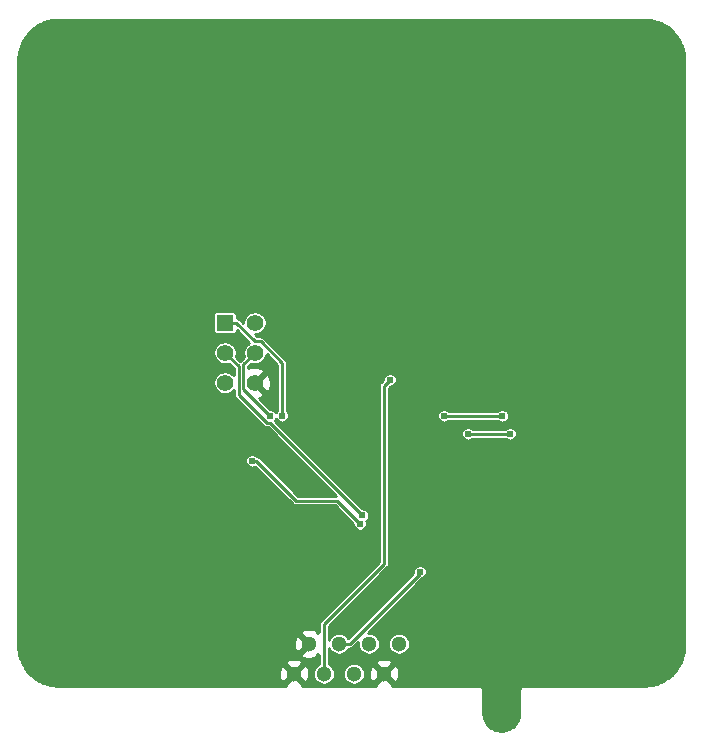
<source format=gbr>
G04 #@! TF.GenerationSoftware,KiCad,Pcbnew,5.1.4*
G04 #@! TF.CreationDate,2019-11-22T11:27:49-05:00*
G04 #@! TF.ProjectId,wheel_speed,77686565-6c5f-4737-9065-65642e6b6963,rev?*
G04 #@! TF.SameCoordinates,Original*
G04 #@! TF.FileFunction,Copper,L2,Bot*
G04 #@! TF.FilePolarity,Positive*
%FSLAX46Y46*%
G04 Gerber Fmt 4.6, Leading zero omitted, Abs format (unit mm)*
G04 Created by KiCad (PCBNEW 5.1.4) date 2019-11-22 11:27:49*
%MOMM*%
%LPD*%
G04 APERTURE LIST*
%ADD10R,1.400000X1.400000*%
%ADD11C,1.400000*%
%ADD12C,1.300000*%
%ADD13C,0.800000*%
%ADD14C,0.609600*%
%ADD15C,0.254000*%
G04 APERTURE END LIST*
D10*
X105918000Y-95758000D03*
D11*
X108458000Y-95758000D03*
X105918000Y-98298000D03*
X108458000Y-98298000D03*
X105918000Y-100838000D03*
X108458000Y-100838000D03*
D12*
X115570000Y-122936000D03*
X118110000Y-122936000D03*
X120650000Y-122936000D03*
X113030000Y-122936000D03*
X119380000Y-125476000D03*
X116840000Y-125476000D03*
X114300000Y-125476000D03*
X111760000Y-125476000D03*
D13*
X132842000Y-90678000D03*
X109728000Y-91948000D03*
X114300000Y-85090000D03*
X115316000Y-93472000D03*
D14*
X131572000Y-87503000D03*
X110490000Y-110490000D03*
X108458000Y-108458000D03*
X111506000Y-106934000D03*
X114046000Y-110236000D03*
X113792000Y-111506000D03*
X115824000Y-112776000D03*
X118491000Y-112141000D03*
X116078000Y-109220000D03*
X118618000Y-109220000D03*
X120142000Y-109220000D03*
X120459500Y-112141000D03*
X118618000Y-117856000D03*
X120142000Y-117856000D03*
X122364500Y-118046500D03*
X124015500Y-120586500D03*
X125857000Y-120459500D03*
X135636000Y-116840000D03*
X137668000Y-116840000D03*
X132080000Y-111760000D03*
X132080000Y-113284000D03*
X132080000Y-107696000D03*
X133604000Y-107696000D03*
X129540000Y-107950000D03*
X128016000Y-108966000D03*
X129794000Y-111506000D03*
X128016000Y-111760000D03*
X130048000Y-113538000D03*
X118618000Y-103632000D03*
X120142000Y-103632000D03*
X111760000Y-100838000D03*
X109982000Y-100838000D03*
X109474000Y-99060000D03*
X110744000Y-98044000D03*
X109728000Y-96774000D03*
X107188000Y-97282000D03*
X107188000Y-98552000D03*
X106172000Y-99568000D03*
X103378000Y-99822000D03*
X111506000Y-108458000D03*
X105664000Y-112268000D03*
X107950000Y-109982000D03*
X105664000Y-110236000D03*
X107442000Y-105664000D03*
X105410000Y-105156000D03*
X108204000Y-103886000D03*
X109982000Y-105410000D03*
X112014000Y-105156000D03*
X103378000Y-102870000D03*
X106426000Y-102362000D03*
X103378000Y-96266000D03*
X106553000Y-93472000D03*
X107188000Y-94996000D03*
X104140000Y-91948000D03*
X107061000Y-88011000D03*
X109347000Y-88011000D03*
X109474000Y-85217000D03*
X113792000Y-88011000D03*
X113792000Y-90932000D03*
X110744000Y-94742000D03*
X116840000Y-94742000D03*
X116840000Y-97409000D03*
X118491000Y-97536000D03*
X114300000Y-100838000D03*
X114427000Y-98933000D03*
X121285000Y-98933000D03*
X121031000Y-100711000D03*
X123444000Y-101473000D03*
X124714000Y-100330000D03*
X128587500Y-104394000D03*
X128143000Y-106807000D03*
X131953000Y-102362000D03*
X128143000Y-99822000D03*
X128143000Y-98044000D03*
X134239000Y-98044000D03*
X133858000Y-99695000D03*
X128397000Y-87884000D03*
X124460000Y-89281000D03*
X125857000Y-92710000D03*
X128397000Y-91313000D03*
X120777000Y-88646000D03*
X119507000Y-86360000D03*
X120142000Y-83058000D03*
X117602000Y-83439000D03*
X122174000Y-83820000D03*
X126365000Y-86106000D03*
X131953000Y-110236000D03*
X133096000Y-110109000D03*
X133985000Y-118110000D03*
X135001000Y-118745000D03*
X124968000Y-123952000D03*
X127762000Y-125476000D03*
X130683000Y-125984000D03*
X107442000Y-118618000D03*
X109855000Y-118110000D03*
X110109000Y-112776000D03*
X110363000Y-115062000D03*
X113665000Y-117348000D03*
X114300000Y-120396000D03*
X110490000Y-120142000D03*
X121793000Y-110363000D03*
X123698000Y-108966000D03*
X125095000Y-111887000D03*
X127889000Y-121539000D03*
X131064000Y-120650000D03*
X130175000Y-122428000D03*
X123063000Y-122301000D03*
X127762000Y-113665000D03*
X131826000Y-104775000D03*
X118618000Y-100711000D03*
X116840000Y-100584000D03*
X113157000Y-102235000D03*
X117602000Y-92329000D03*
X117094000Y-88265000D03*
X119888000Y-90932000D03*
X121539000Y-93599000D03*
X122555000Y-96139000D03*
X125349000Y-97028000D03*
X129540000Y-92710000D03*
X129921000Y-94996000D03*
X131191000Y-97282000D03*
X133731000Y-123317000D03*
X135763000Y-125603000D03*
X138811000Y-122936000D03*
X140716000Y-125603000D03*
X143510000Y-123063000D03*
X136398000Y-120904000D03*
X140970000Y-120523000D03*
X139954000Y-117475000D03*
X144272000Y-117348000D03*
X141859000Y-115062000D03*
X137922000Y-114300000D03*
X136017000Y-112268000D03*
X139954000Y-112141000D03*
X143891000Y-112268000D03*
X142367000Y-109601000D03*
X137922000Y-109728000D03*
X135382000Y-108204000D03*
X139192000Y-108077000D03*
X143891000Y-107950000D03*
X141478000Y-105664000D03*
X137795000Y-105664000D03*
X134493000Y-105664000D03*
X136144000Y-103759000D03*
X139700000Y-103505000D03*
X144145000Y-103378000D03*
X141859000Y-101092000D03*
X138303000Y-100965000D03*
X139573000Y-98425000D03*
X144018000Y-98425000D03*
X141732000Y-96266000D03*
X137541000Y-96266000D03*
X134874000Y-96266000D03*
X136017000Y-93853000D03*
X139446000Y-93599000D03*
X143891000Y-93726000D03*
X141986000Y-91313000D03*
X137287000Y-91567000D03*
X144526000Y-88900000D03*
X139954000Y-89027000D03*
X135128000Y-89027000D03*
X133096000Y-87376000D03*
X137541000Y-87249000D03*
X141097000Y-87376000D03*
X144526000Y-83820000D03*
X140462000Y-84201000D03*
X135382000Y-84074000D03*
X131191000Y-83693000D03*
X128016000Y-83693000D03*
X141732000Y-81153000D03*
X137541000Y-80899000D03*
X133096000Y-81026000D03*
X129159000Y-80899000D03*
X125349000Y-81026000D03*
X122047000Y-80772000D03*
X123952000Y-78994000D03*
X127254000Y-78994000D03*
X130810000Y-78740000D03*
X134747000Y-78486000D03*
X140081000Y-78613000D03*
X144145000Y-78359000D03*
X142367000Y-75692000D03*
X137541000Y-75819000D03*
X133350000Y-75946000D03*
X128905000Y-75946000D03*
X125603000Y-76073000D03*
X122047000Y-76200000D03*
X124079000Y-73914000D03*
X127508000Y-73914000D03*
X131191000Y-73787000D03*
X134620000Y-73914000D03*
X139446000Y-73533000D03*
X144399000Y-73406000D03*
X141732000Y-70866000D03*
X136271000Y-70866000D03*
X132080000Y-70866000D03*
X127127000Y-70739000D03*
X123698000Y-70866000D03*
X120269000Y-70866000D03*
X121539000Y-73152000D03*
X115951000Y-70993000D03*
X118491000Y-73533000D03*
X116205000Y-75819000D03*
X119126000Y-77343000D03*
X117475000Y-79756000D03*
X115062000Y-81915000D03*
X114554000Y-78359000D03*
X114046000Y-73406000D03*
X110617000Y-71120000D03*
X110998000Y-74930000D03*
X111506000Y-79121000D03*
X112014000Y-82042000D03*
X108839000Y-81026000D03*
X107696000Y-76581000D03*
X108077000Y-73660000D03*
X105283000Y-71120000D03*
X105664000Y-74803000D03*
X105918000Y-78740000D03*
X106426000Y-82169000D03*
X104267000Y-85090000D03*
X104013000Y-81026000D03*
X103124000Y-76200000D03*
X102616000Y-73660000D03*
X99568000Y-71120000D03*
X99441000Y-74930000D03*
X100330000Y-78994000D03*
X100838000Y-82931000D03*
X101473000Y-87122000D03*
X104394000Y-88646000D03*
X102489000Y-90932000D03*
X96647000Y-73025000D03*
X97028000Y-77597000D03*
X97536000Y-81407000D03*
X97663000Y-85471000D03*
X98298000Y-88900000D03*
X99314000Y-93599000D03*
X100330000Y-98425000D03*
X93345000Y-70993000D03*
X90678000Y-71628000D03*
X88900000Y-74930000D03*
X88900000Y-80010000D03*
X88900000Y-86360000D03*
X88900000Y-91440000D03*
X88900000Y-97790000D03*
X88900000Y-102870000D03*
X88900000Y-109220000D03*
X88900000Y-114300000D03*
X88900000Y-118110000D03*
X88900000Y-123190000D03*
X91440000Y-125730000D03*
X91440000Y-121920000D03*
X91440000Y-115570000D03*
X91440000Y-111760000D03*
X91440000Y-105410000D03*
X91440000Y-99060000D03*
X91440000Y-93980000D03*
X91440000Y-87630000D03*
X91440000Y-82550000D03*
X91440000Y-77470000D03*
X93980000Y-74930000D03*
X93980000Y-80010000D03*
X95250000Y-85090000D03*
X95250000Y-91440000D03*
X95250000Y-96520000D03*
X95250000Y-101600000D03*
X95250000Y-106680000D03*
X95250000Y-113030000D03*
X95250000Y-118110000D03*
X95250000Y-121920000D03*
X95250000Y-125730000D03*
X100330000Y-125730000D03*
X105410000Y-125730000D03*
X102870000Y-123190000D03*
X105410000Y-120650000D03*
X100330000Y-120650000D03*
X97790000Y-123190000D03*
X97790000Y-115570000D03*
X102870000Y-116840000D03*
X100330000Y-111760000D03*
X104140000Y-109220000D03*
X97790000Y-106680000D03*
X100330000Y-104140000D03*
X97790000Y-101600000D03*
X102870000Y-105410000D03*
X118364000Y-120142000D03*
X121221500Y-120904000D03*
X119380000Y-123190000D03*
X116332000Y-124206000D03*
X116332000Y-117602000D03*
X118618000Y-106172000D03*
X120396000Y-106172000D03*
X129032000Y-117348000D03*
X130556000Y-118872000D03*
X122428000Y-116840000D03*
X130048000Y-105156000D03*
X126492000Y-105156000D03*
X124460000Y-103632000D03*
X129388618Y-103632000D03*
X110744000Y-103632000D03*
X117558401Y-112057599D03*
X109728000Y-103632000D03*
X119888000Y-100584000D03*
X117344227Y-112788883D03*
X108204000Y-107442000D03*
D15*
X122428000Y-116997238D02*
X122428000Y-116840000D01*
X115570000Y-122936000D02*
X116489238Y-122936000D01*
X116489238Y-122936000D02*
X122428000Y-116997238D01*
X126492000Y-105156000D02*
X126492000Y-105156000D01*
X126492000Y-105156000D02*
X130048000Y-105156000D01*
X124460000Y-103632000D02*
X129388618Y-103632000D01*
X110744000Y-99134486D02*
X110744000Y-103632000D01*
X108928113Y-97318599D02*
X110744000Y-99134486D01*
X108432599Y-97318599D02*
X108928113Y-97318599D01*
X105918000Y-95758000D02*
X106872000Y-95758000D01*
X106872000Y-95758000D02*
X108432599Y-97318599D01*
X107072190Y-99452190D02*
X107072190Y-101840808D01*
X107072190Y-101840808D02*
X109447583Y-104216201D01*
X105918000Y-98298000D02*
X107072190Y-99452190D01*
X109447583Y-104216201D02*
X109717003Y-104216201D01*
X109717003Y-104216201D02*
X117558401Y-112057599D01*
X107478599Y-101382599D02*
X109728000Y-103632000D01*
X108458000Y-98298000D02*
X107478599Y-99277401D01*
X107478599Y-99277401D02*
X107478599Y-101382599D01*
X114300000Y-121260618D02*
X119380000Y-116180618D01*
X114300000Y-125476000D02*
X114300000Y-121260618D01*
X119380000Y-116180618D02*
X119380000Y-101092000D01*
X119380000Y-101092000D02*
X119888000Y-100584000D01*
X108560618Y-107442000D02*
X108204000Y-107442000D01*
X111938819Y-110820201D02*
X108560618Y-107442000D01*
X117344227Y-112788883D02*
X115375545Y-110820201D01*
X115375545Y-110820201D02*
X111938819Y-110820201D01*
G36*
X141497307Y-70096599D02*
G01*
X141669856Y-70106910D01*
X141833709Y-70124739D01*
X141992621Y-70149702D01*
X142142241Y-70180301D01*
X142286294Y-70216466D01*
X142425372Y-70257839D01*
X142559426Y-70303952D01*
X142689033Y-70354614D01*
X142817471Y-70410992D01*
X142938819Y-70470206D01*
X143058164Y-70534409D01*
X143173547Y-70602463D01*
X143284373Y-70673752D01*
X143390641Y-70747967D01*
X143493408Y-70825634D01*
X143594730Y-70908383D01*
X143691285Y-70993485D01*
X143784595Y-71082117D01*
X143874543Y-71174167D01*
X143960561Y-71269004D01*
X144043468Y-71367538D01*
X144122674Y-71469144D01*
X144198407Y-71574195D01*
X144273172Y-71686787D01*
X144341371Y-71798668D01*
X144407028Y-71916428D01*
X144467947Y-72036596D01*
X144528399Y-72169055D01*
X144580740Y-72297685D01*
X144628639Y-72430881D01*
X144671870Y-72569120D01*
X144709987Y-72712405D01*
X144742368Y-72859975D01*
X144768941Y-73013880D01*
X144789375Y-73177759D01*
X144802147Y-73346558D01*
X144806941Y-73534623D01*
X144807508Y-73539201D01*
X144807507Y-123039772D01*
X144806992Y-123043772D01*
X144806869Y-123049068D01*
X144804927Y-123167928D01*
X144795002Y-123340877D01*
X144777552Y-123504886D01*
X144753350Y-123661680D01*
X144722236Y-123815654D01*
X144686167Y-123960355D01*
X144645013Y-124099494D01*
X144599117Y-124233594D01*
X144547838Y-124365266D01*
X144492468Y-124491831D01*
X144433407Y-124613339D01*
X144369706Y-124732205D01*
X144302549Y-124846560D01*
X144231876Y-124956954D01*
X144157091Y-125064504D01*
X144079182Y-125167971D01*
X143997469Y-125268404D01*
X143913036Y-125364612D01*
X143824584Y-125458147D01*
X143732783Y-125548246D01*
X143635755Y-125636559D01*
X143531072Y-125724666D01*
X143429551Y-125803648D01*
X143324376Y-125879311D01*
X143215197Y-125951741D01*
X143100240Y-126021762D01*
X142984300Y-126086324D01*
X142864634Y-126146966D01*
X142734029Y-126206608D01*
X142606032Y-126258783D01*
X142472842Y-126306788D01*
X142334662Y-126350112D01*
X142190796Y-126388480D01*
X142040522Y-126421480D01*
X141883771Y-126448442D01*
X141723468Y-126468347D01*
X141554554Y-126481125D01*
X141398261Y-126485108D01*
X141394746Y-126484762D01*
X131230254Y-126484762D01*
X131216872Y-126483444D01*
X131203490Y-126484762D01*
X131197551Y-126484762D01*
X131141808Y-126490252D01*
X131070291Y-126511947D01*
X131004380Y-126547177D01*
X130946609Y-126594588D01*
X130899198Y-126652359D01*
X130863968Y-126718270D01*
X130842273Y-126789787D01*
X130834948Y-126864162D01*
X130837473Y-126889800D01*
X130837472Y-128761534D01*
X130831473Y-128901602D01*
X130811725Y-129048402D01*
X130781644Y-129179103D01*
X130742665Y-129299662D01*
X130693965Y-129416020D01*
X130639564Y-129521275D01*
X130578371Y-129620127D01*
X130510275Y-129713486D01*
X130436052Y-129800678D01*
X130355742Y-129881906D01*
X130270227Y-129956440D01*
X130176356Y-130026577D01*
X130078308Y-130088787D01*
X129972923Y-130144738D01*
X129861390Y-130193016D01*
X129737284Y-130234829D01*
X129605399Y-130266660D01*
X129465840Y-130287116D01*
X129310322Y-130294815D01*
X129182136Y-130289425D01*
X129038876Y-130270536D01*
X128905393Y-130240224D01*
X128781922Y-130200472D01*
X128668687Y-130153257D01*
X128562066Y-130098405D01*
X128461884Y-130036534D01*
X128367562Y-129967767D01*
X128279916Y-129893108D01*
X128199222Y-129813277D01*
X128123980Y-129726880D01*
X128055051Y-129634610D01*
X127992413Y-129535954D01*
X127936478Y-129430616D01*
X127888131Y-129318962D01*
X127847015Y-129197277D01*
X127815496Y-129068064D01*
X127794483Y-128927445D01*
X127785997Y-128760026D01*
X127785997Y-126880325D01*
X127787487Y-126865196D01*
X127785997Y-126850067D01*
X127785997Y-126846047D01*
X127780507Y-126790304D01*
X127758812Y-126718787D01*
X127723582Y-126652876D01*
X127676171Y-126595105D01*
X127618400Y-126547694D01*
X127552489Y-126512464D01*
X127480972Y-126490769D01*
X127406597Y-126483444D01*
X127382716Y-126485796D01*
X120056909Y-126485796D01*
X120085922Y-126361527D01*
X119380000Y-125655605D01*
X118674078Y-126361527D01*
X118703091Y-126485796D01*
X112436909Y-126485796D01*
X112465922Y-126361527D01*
X111760000Y-125655605D01*
X111054078Y-126361527D01*
X111083091Y-126485796D01*
X91848778Y-126485796D01*
X91757835Y-126484616D01*
X91580368Y-126475541D01*
X91415538Y-126458940D01*
X91255633Y-126435093D01*
X91102969Y-126405026D01*
X90953962Y-126368593D01*
X90812741Y-126327376D01*
X90677855Y-126281691D01*
X90546017Y-126230816D01*
X90419873Y-126176105D01*
X90297623Y-126117156D01*
X90176157Y-126052478D01*
X90062311Y-125985978D01*
X89951225Y-125915229D01*
X89840773Y-125838717D01*
X89737285Y-125761002D01*
X89637275Y-125679861D01*
X89540919Y-125595547D01*
X89495218Y-125552455D01*
X110471048Y-125552455D01*
X110510730Y-125802449D01*
X110598422Y-126039896D01*
X110645799Y-126128534D01*
X110874473Y-126181922D01*
X111580395Y-125476000D01*
X111939605Y-125476000D01*
X112645527Y-126181922D01*
X112874201Y-126128534D01*
X112980095Y-125898626D01*
X113039102Y-125652476D01*
X113048952Y-125399545D01*
X113009270Y-125149551D01*
X112921578Y-124912104D01*
X112874201Y-124823466D01*
X112645527Y-124770078D01*
X111939605Y-125476000D01*
X111580395Y-125476000D01*
X110874473Y-124770078D01*
X110645799Y-124823466D01*
X110539905Y-125053374D01*
X110480898Y-125299524D01*
X110471048Y-125552455D01*
X89495218Y-125552455D01*
X89447293Y-125507267D01*
X89357083Y-125415622D01*
X89268463Y-125318541D01*
X89185798Y-125220854D01*
X89105930Y-125118989D01*
X89028723Y-125012444D01*
X88955603Y-124902954D01*
X88886714Y-124790704D01*
X88819501Y-124670868D01*
X88778574Y-124590473D01*
X111054078Y-124590473D01*
X111760000Y-125296395D01*
X112465922Y-124590473D01*
X112412534Y-124361799D01*
X112182626Y-124255905D01*
X111936476Y-124196898D01*
X111683545Y-124187048D01*
X111433551Y-124226730D01*
X111196104Y-124314422D01*
X111107466Y-124361799D01*
X111054078Y-124590473D01*
X88778574Y-124590473D01*
X88756781Y-124547665D01*
X88698684Y-124421072D01*
X88645914Y-124292480D01*
X88597656Y-124159532D01*
X88553240Y-124018799D01*
X88514687Y-123875120D01*
X88481340Y-123724295D01*
X88453982Y-123566319D01*
X88433568Y-123402529D01*
X88420801Y-123233703D01*
X88416012Y-123045608D01*
X88415790Y-123043815D01*
X88415790Y-123012455D01*
X111741048Y-123012455D01*
X111780730Y-123262449D01*
X111868422Y-123499896D01*
X111915799Y-123588534D01*
X112144473Y-123641922D01*
X112850395Y-122936000D01*
X112144473Y-122230078D01*
X111915799Y-122283466D01*
X111809905Y-122513374D01*
X111750898Y-122759524D01*
X111741048Y-123012455D01*
X88415790Y-123012455D01*
X88415790Y-122050473D01*
X112324078Y-122050473D01*
X113030000Y-122756395D01*
X113044143Y-122742253D01*
X113223748Y-122921858D01*
X113209605Y-122936000D01*
X113223748Y-122950143D01*
X113044143Y-123129748D01*
X113030000Y-123115605D01*
X112324078Y-123821527D01*
X112377466Y-124050201D01*
X112607374Y-124156095D01*
X112853524Y-124215102D01*
X113106455Y-124224952D01*
X113356449Y-124185270D01*
X113593896Y-124097578D01*
X113682534Y-124050201D01*
X113735921Y-123821529D01*
X113852790Y-123938398D01*
X113893600Y-123897588D01*
X113893600Y-124638361D01*
X113859764Y-124652376D01*
X113707542Y-124754088D01*
X113578088Y-124883542D01*
X113476376Y-125035764D01*
X113406316Y-125204904D01*
X113370600Y-125384462D01*
X113370600Y-125567538D01*
X113406316Y-125747096D01*
X113476376Y-125916236D01*
X113578088Y-126068458D01*
X113707542Y-126197912D01*
X113859764Y-126299624D01*
X114028904Y-126369684D01*
X114208462Y-126405400D01*
X114391538Y-126405400D01*
X114571096Y-126369684D01*
X114740236Y-126299624D01*
X114892458Y-126197912D01*
X115021912Y-126068458D01*
X115123624Y-125916236D01*
X115193684Y-125747096D01*
X115229400Y-125567538D01*
X115229400Y-125384462D01*
X115910600Y-125384462D01*
X115910600Y-125567538D01*
X115946316Y-125747096D01*
X116016376Y-125916236D01*
X116118088Y-126068458D01*
X116247542Y-126197912D01*
X116399764Y-126299624D01*
X116568904Y-126369684D01*
X116748462Y-126405400D01*
X116931538Y-126405400D01*
X117111096Y-126369684D01*
X117280236Y-126299624D01*
X117432458Y-126197912D01*
X117561912Y-126068458D01*
X117663624Y-125916236D01*
X117733684Y-125747096D01*
X117769400Y-125567538D01*
X117769400Y-125552455D01*
X118091048Y-125552455D01*
X118130730Y-125802449D01*
X118218422Y-126039896D01*
X118265799Y-126128534D01*
X118494473Y-126181922D01*
X119200395Y-125476000D01*
X119559605Y-125476000D01*
X120265527Y-126181922D01*
X120494201Y-126128534D01*
X120600095Y-125898626D01*
X120659102Y-125652476D01*
X120668952Y-125399545D01*
X120629270Y-125149551D01*
X120541578Y-124912104D01*
X120494201Y-124823466D01*
X120265527Y-124770078D01*
X119559605Y-125476000D01*
X119200395Y-125476000D01*
X118494473Y-124770078D01*
X118265799Y-124823466D01*
X118159905Y-125053374D01*
X118100898Y-125299524D01*
X118091048Y-125552455D01*
X117769400Y-125552455D01*
X117769400Y-125384462D01*
X117733684Y-125204904D01*
X117663624Y-125035764D01*
X117561912Y-124883542D01*
X117432458Y-124754088D01*
X117280236Y-124652376D01*
X117130789Y-124590473D01*
X118674078Y-124590473D01*
X119380000Y-125296395D01*
X120085922Y-124590473D01*
X120032534Y-124361799D01*
X119802626Y-124255905D01*
X119556476Y-124196898D01*
X119303545Y-124187048D01*
X119053551Y-124226730D01*
X118816104Y-124314422D01*
X118727466Y-124361799D01*
X118674078Y-124590473D01*
X117130789Y-124590473D01*
X117111096Y-124582316D01*
X116931538Y-124546600D01*
X116748462Y-124546600D01*
X116568904Y-124582316D01*
X116399764Y-124652376D01*
X116247542Y-124754088D01*
X116118088Y-124883542D01*
X116016376Y-125035764D01*
X115946316Y-125204904D01*
X115910600Y-125384462D01*
X115229400Y-125384462D01*
X115193684Y-125204904D01*
X115123624Y-125035764D01*
X115021912Y-124883542D01*
X114892458Y-124754088D01*
X114740236Y-124652376D01*
X114706400Y-124638361D01*
X114706400Y-123279725D01*
X114746376Y-123376236D01*
X114848088Y-123528458D01*
X114977542Y-123657912D01*
X115129764Y-123759624D01*
X115298904Y-123829684D01*
X115478462Y-123865400D01*
X115661538Y-123865400D01*
X115841096Y-123829684D01*
X116010236Y-123759624D01*
X116162458Y-123657912D01*
X116291912Y-123528458D01*
X116393624Y-123376236D01*
X116407639Y-123342400D01*
X116469285Y-123342400D01*
X116489238Y-123344365D01*
X116509191Y-123342400D01*
X116509198Y-123342400D01*
X116568906Y-123336519D01*
X116645513Y-123313281D01*
X116716114Y-123275544D01*
X116777996Y-123224758D01*
X116790720Y-123209254D01*
X117186829Y-122813145D01*
X117180600Y-122844462D01*
X117180600Y-123027538D01*
X117216316Y-123207096D01*
X117286376Y-123376236D01*
X117388088Y-123528458D01*
X117517542Y-123657912D01*
X117669764Y-123759624D01*
X117838904Y-123829684D01*
X118018462Y-123865400D01*
X118201538Y-123865400D01*
X118381096Y-123829684D01*
X118550236Y-123759624D01*
X118702458Y-123657912D01*
X118831912Y-123528458D01*
X118933624Y-123376236D01*
X119003684Y-123207096D01*
X119039400Y-123027538D01*
X119039400Y-122844462D01*
X119720600Y-122844462D01*
X119720600Y-123027538D01*
X119756316Y-123207096D01*
X119826376Y-123376236D01*
X119928088Y-123528458D01*
X120057542Y-123657912D01*
X120209764Y-123759624D01*
X120378904Y-123829684D01*
X120558462Y-123865400D01*
X120741538Y-123865400D01*
X120921096Y-123829684D01*
X121090236Y-123759624D01*
X121242458Y-123657912D01*
X121371912Y-123528458D01*
X121473624Y-123376236D01*
X121543684Y-123207096D01*
X121579400Y-123027538D01*
X121579400Y-122844462D01*
X121543684Y-122664904D01*
X121473624Y-122495764D01*
X121371912Y-122343542D01*
X121242458Y-122214088D01*
X121090236Y-122112376D01*
X120921096Y-122042316D01*
X120741538Y-122006600D01*
X120558462Y-122006600D01*
X120378904Y-122042316D01*
X120209764Y-122112376D01*
X120057542Y-122214088D01*
X119928088Y-122343542D01*
X119826376Y-122495764D01*
X119756316Y-122664904D01*
X119720600Y-122844462D01*
X119039400Y-122844462D01*
X119003684Y-122664904D01*
X118933624Y-122495764D01*
X118831912Y-122343542D01*
X118702458Y-122214088D01*
X118550236Y-122112376D01*
X118381096Y-122042316D01*
X118201538Y-122006600D01*
X118018462Y-122006600D01*
X117987145Y-122012829D01*
X122598180Y-117401795D01*
X122598405Y-117401750D01*
X122704723Y-117357712D01*
X122800406Y-117293778D01*
X122881778Y-117212406D01*
X122945712Y-117116723D01*
X122989750Y-117010405D01*
X123012200Y-116897539D01*
X123012200Y-116782461D01*
X122989750Y-116669595D01*
X122945712Y-116563277D01*
X122881778Y-116467594D01*
X122800406Y-116386222D01*
X122704723Y-116322288D01*
X122598405Y-116278250D01*
X122485539Y-116255800D01*
X122370461Y-116255800D01*
X122257595Y-116278250D01*
X122151277Y-116322288D01*
X122055594Y-116386222D01*
X121974222Y-116467594D01*
X121910288Y-116563277D01*
X121866250Y-116669595D01*
X121843800Y-116782461D01*
X121843800Y-116897539D01*
X121861911Y-116988590D01*
X116378048Y-122472454D01*
X116291912Y-122343542D01*
X116162458Y-122214088D01*
X116010236Y-122112376D01*
X115841096Y-122042316D01*
X115661538Y-122006600D01*
X115478462Y-122006600D01*
X115298904Y-122042316D01*
X115129764Y-122112376D01*
X114977542Y-122214088D01*
X114848088Y-122343542D01*
X114746376Y-122495764D01*
X114706400Y-122592275D01*
X114706400Y-121428954D01*
X119653261Y-116482094D01*
X119668758Y-116469376D01*
X119681477Y-116453878D01*
X119681482Y-116453873D01*
X119698717Y-116432872D01*
X119719544Y-116407494D01*
X119757281Y-116336893D01*
X119780519Y-116260286D01*
X119786400Y-116200578D01*
X119786400Y-116200571D01*
X119788365Y-116180618D01*
X119786400Y-116160665D01*
X119786400Y-105098461D01*
X125907800Y-105098461D01*
X125907800Y-105213539D01*
X125930250Y-105326405D01*
X125974288Y-105432723D01*
X126038222Y-105528406D01*
X126119594Y-105609778D01*
X126215277Y-105673712D01*
X126321595Y-105717750D01*
X126434461Y-105740200D01*
X126549539Y-105740200D01*
X126662405Y-105717750D01*
X126768723Y-105673712D01*
X126864406Y-105609778D01*
X126911784Y-105562400D01*
X129628216Y-105562400D01*
X129675594Y-105609778D01*
X129771277Y-105673712D01*
X129877595Y-105717750D01*
X129990461Y-105740200D01*
X130105539Y-105740200D01*
X130218405Y-105717750D01*
X130324723Y-105673712D01*
X130420406Y-105609778D01*
X130501778Y-105528406D01*
X130565712Y-105432723D01*
X130609750Y-105326405D01*
X130632200Y-105213539D01*
X130632200Y-105098461D01*
X130609750Y-104985595D01*
X130565712Y-104879277D01*
X130501778Y-104783594D01*
X130420406Y-104702222D01*
X130324723Y-104638288D01*
X130218405Y-104594250D01*
X130105539Y-104571800D01*
X129990461Y-104571800D01*
X129877595Y-104594250D01*
X129771277Y-104638288D01*
X129675594Y-104702222D01*
X129628216Y-104749600D01*
X126911784Y-104749600D01*
X126864406Y-104702222D01*
X126768723Y-104638288D01*
X126662405Y-104594250D01*
X126549539Y-104571800D01*
X126434461Y-104571800D01*
X126321595Y-104594250D01*
X126215277Y-104638288D01*
X126119594Y-104702222D01*
X126038222Y-104783594D01*
X125974288Y-104879277D01*
X125930250Y-104985595D01*
X125907800Y-105098461D01*
X119786400Y-105098461D01*
X119786400Y-103574461D01*
X123875800Y-103574461D01*
X123875800Y-103689539D01*
X123898250Y-103802405D01*
X123942288Y-103908723D01*
X124006222Y-104004406D01*
X124087594Y-104085778D01*
X124183277Y-104149712D01*
X124289595Y-104193750D01*
X124402461Y-104216200D01*
X124517539Y-104216200D01*
X124630405Y-104193750D01*
X124736723Y-104149712D01*
X124832406Y-104085778D01*
X124879784Y-104038400D01*
X128968834Y-104038400D01*
X129016212Y-104085778D01*
X129111895Y-104149712D01*
X129218213Y-104193750D01*
X129331079Y-104216200D01*
X129446157Y-104216200D01*
X129559023Y-104193750D01*
X129665341Y-104149712D01*
X129761024Y-104085778D01*
X129842396Y-104004406D01*
X129906330Y-103908723D01*
X129950368Y-103802405D01*
X129972818Y-103689539D01*
X129972818Y-103574461D01*
X129950368Y-103461595D01*
X129906330Y-103355277D01*
X129842396Y-103259594D01*
X129761024Y-103178222D01*
X129665341Y-103114288D01*
X129559023Y-103070250D01*
X129446157Y-103047800D01*
X129331079Y-103047800D01*
X129218213Y-103070250D01*
X129111895Y-103114288D01*
X129016212Y-103178222D01*
X128968834Y-103225600D01*
X124879784Y-103225600D01*
X124832406Y-103178222D01*
X124736723Y-103114288D01*
X124630405Y-103070250D01*
X124517539Y-103047800D01*
X124402461Y-103047800D01*
X124289595Y-103070250D01*
X124183277Y-103114288D01*
X124087594Y-103178222D01*
X124006222Y-103259594D01*
X123942288Y-103355277D01*
X123898250Y-103461595D01*
X123875800Y-103574461D01*
X119786400Y-103574461D01*
X119786400Y-101260336D01*
X119878536Y-101168200D01*
X119945539Y-101168200D01*
X120058405Y-101145750D01*
X120164723Y-101101712D01*
X120260406Y-101037778D01*
X120341778Y-100956406D01*
X120405712Y-100860723D01*
X120449750Y-100754405D01*
X120472200Y-100641539D01*
X120472200Y-100526461D01*
X120449750Y-100413595D01*
X120405712Y-100307277D01*
X120341778Y-100211594D01*
X120260406Y-100130222D01*
X120164723Y-100066288D01*
X120058405Y-100022250D01*
X119945539Y-99999800D01*
X119830461Y-99999800D01*
X119717595Y-100022250D01*
X119611277Y-100066288D01*
X119515594Y-100130222D01*
X119434222Y-100211594D01*
X119370288Y-100307277D01*
X119326250Y-100413595D01*
X119303800Y-100526461D01*
X119303800Y-100593464D01*
X119106741Y-100790523D01*
X119091243Y-100803242D01*
X119078524Y-100818740D01*
X119078518Y-100818746D01*
X119062717Y-100838000D01*
X119040457Y-100865124D01*
X119020286Y-100902862D01*
X119002719Y-100935726D01*
X118979481Y-101012332D01*
X118971635Y-101092000D01*
X118973601Y-101111963D01*
X118973600Y-116012281D01*
X114026741Y-120959141D01*
X114011243Y-120971860D01*
X113998524Y-120987358D01*
X113998518Y-120987364D01*
X113977549Y-121012916D01*
X113960457Y-121033742D01*
X113940286Y-121071480D01*
X113922719Y-121104344D01*
X113899481Y-121180950D01*
X113891635Y-121260618D01*
X113893601Y-121280581D01*
X113893601Y-121974413D01*
X113852790Y-121933602D01*
X113735921Y-122050471D01*
X113682534Y-121821799D01*
X113452626Y-121715905D01*
X113206476Y-121656898D01*
X112953545Y-121647048D01*
X112703551Y-121686730D01*
X112466104Y-121774422D01*
X112377466Y-121821799D01*
X112324078Y-122050473D01*
X88415790Y-122050473D01*
X88415790Y-95058000D01*
X104937249Y-95058000D01*
X104937249Y-96458000D01*
X104942644Y-96512772D01*
X104958620Y-96565439D01*
X104984564Y-96613977D01*
X105019479Y-96656521D01*
X105062023Y-96691436D01*
X105110561Y-96717380D01*
X105163228Y-96733356D01*
X105218000Y-96738751D01*
X106618000Y-96738751D01*
X106672772Y-96733356D01*
X106725439Y-96717380D01*
X106773977Y-96691436D01*
X106816521Y-96656521D01*
X106851436Y-96613977D01*
X106877380Y-96565439D01*
X106893356Y-96512772D01*
X106898751Y-96458000D01*
X106898751Y-96359487D01*
X107979244Y-97439980D01*
X107833669Y-97537250D01*
X107697250Y-97673669D01*
X107590067Y-97834080D01*
X107516238Y-98012320D01*
X107478600Y-98201538D01*
X107478600Y-98394462D01*
X107516238Y-98583680D01*
X107540064Y-98641200D01*
X107205345Y-98975919D01*
X107189841Y-98988643D01*
X107186928Y-98992192D01*
X106835936Y-98641200D01*
X106859762Y-98583680D01*
X106897400Y-98394462D01*
X106897400Y-98201538D01*
X106859762Y-98012320D01*
X106785933Y-97834080D01*
X106678750Y-97673669D01*
X106542331Y-97537250D01*
X106381920Y-97430067D01*
X106203680Y-97356238D01*
X106014462Y-97318600D01*
X105821538Y-97318600D01*
X105632320Y-97356238D01*
X105454080Y-97430067D01*
X105293669Y-97537250D01*
X105157250Y-97673669D01*
X105050067Y-97834080D01*
X104976238Y-98012320D01*
X104938600Y-98201538D01*
X104938600Y-98394462D01*
X104976238Y-98583680D01*
X105050067Y-98761920D01*
X105157250Y-98922331D01*
X105293669Y-99058750D01*
X105454080Y-99165933D01*
X105632320Y-99239762D01*
X105821538Y-99277400D01*
X106014462Y-99277400D01*
X106203680Y-99239762D01*
X106261200Y-99215936D01*
X106665790Y-99620526D01*
X106665790Y-100200709D01*
X106542331Y-100077250D01*
X106381920Y-99970067D01*
X106203680Y-99896238D01*
X106014462Y-99858600D01*
X105821538Y-99858600D01*
X105632320Y-99896238D01*
X105454080Y-99970067D01*
X105293669Y-100077250D01*
X105157250Y-100213669D01*
X105050067Y-100374080D01*
X104976238Y-100552320D01*
X104938600Y-100741538D01*
X104938600Y-100934462D01*
X104976238Y-101123680D01*
X105050067Y-101301920D01*
X105157250Y-101462331D01*
X105293669Y-101598750D01*
X105454080Y-101705933D01*
X105632320Y-101779762D01*
X105821538Y-101817400D01*
X106014462Y-101817400D01*
X106203680Y-101779762D01*
X106381920Y-101705933D01*
X106542331Y-101598750D01*
X106665791Y-101475290D01*
X106665791Y-101820845D01*
X106663825Y-101840808D01*
X106671671Y-101920476D01*
X106694909Y-101997082D01*
X106694910Y-101997083D01*
X106732647Y-102067684D01*
X106749739Y-102088510D01*
X106770708Y-102114062D01*
X106770714Y-102114068D01*
X106783433Y-102129566D01*
X106798931Y-102142285D01*
X109146106Y-104489461D01*
X109158825Y-104504959D01*
X109174323Y-104517678D01*
X109174328Y-104517683D01*
X109195329Y-104534918D01*
X109220707Y-104555745D01*
X109291308Y-104593482D01*
X109367914Y-104616720D01*
X109375187Y-104617436D01*
X109427623Y-104622601D01*
X109427630Y-104622601D01*
X109447583Y-104624566D01*
X109467536Y-104622601D01*
X109548667Y-104622601D01*
X115339867Y-110413801D01*
X112107156Y-110413801D01*
X108862100Y-107168746D01*
X108849376Y-107153242D01*
X108787494Y-107102456D01*
X108716893Y-107064719D01*
X108640286Y-107041481D01*
X108628505Y-107040321D01*
X108576406Y-106988222D01*
X108480723Y-106924288D01*
X108374405Y-106880250D01*
X108261539Y-106857800D01*
X108146461Y-106857800D01*
X108033595Y-106880250D01*
X107927277Y-106924288D01*
X107831594Y-106988222D01*
X107750222Y-107069594D01*
X107686288Y-107165277D01*
X107642250Y-107271595D01*
X107619800Y-107384461D01*
X107619800Y-107499539D01*
X107642250Y-107612405D01*
X107686288Y-107718723D01*
X107750222Y-107814406D01*
X107831594Y-107895778D01*
X107927277Y-107959712D01*
X108033595Y-108003750D01*
X108146461Y-108026200D01*
X108261539Y-108026200D01*
X108374405Y-108003750D01*
X108480723Y-107959712D01*
X108494433Y-107950551D01*
X111637342Y-111093461D01*
X111650061Y-111108959D01*
X111665559Y-111121678D01*
X111665564Y-111121683D01*
X111686565Y-111138918D01*
X111711943Y-111159745D01*
X111782544Y-111197482D01*
X111859150Y-111220720D01*
X111866423Y-111221436D01*
X111918859Y-111226601D01*
X111918866Y-111226601D01*
X111938819Y-111228566D01*
X111958772Y-111226601D01*
X115207209Y-111226601D01*
X116760027Y-112779420D01*
X116760027Y-112846422D01*
X116782477Y-112959288D01*
X116826515Y-113065606D01*
X116890449Y-113161289D01*
X116971821Y-113242661D01*
X117067504Y-113306595D01*
X117173822Y-113350633D01*
X117286688Y-113373083D01*
X117401766Y-113373083D01*
X117514632Y-113350633D01*
X117620950Y-113306595D01*
X117716633Y-113242661D01*
X117798005Y-113161289D01*
X117861939Y-113065606D01*
X117905977Y-112959288D01*
X117928427Y-112846422D01*
X117928427Y-112731344D01*
X117905977Y-112618478D01*
X117876614Y-112547588D01*
X117930807Y-112511377D01*
X118012179Y-112430005D01*
X118076113Y-112334322D01*
X118120151Y-112228004D01*
X118142601Y-112115138D01*
X118142601Y-112000060D01*
X118120151Y-111887194D01*
X118076113Y-111780876D01*
X118012179Y-111685193D01*
X117930807Y-111603821D01*
X117835124Y-111539887D01*
X117728806Y-111495849D01*
X117615940Y-111473399D01*
X117548937Y-111473399D01*
X110130861Y-104055323D01*
X110181778Y-104004406D01*
X110236000Y-103923258D01*
X110290222Y-104004406D01*
X110371594Y-104085778D01*
X110467277Y-104149712D01*
X110573595Y-104193750D01*
X110686461Y-104216200D01*
X110801539Y-104216200D01*
X110914405Y-104193750D01*
X111020723Y-104149712D01*
X111116406Y-104085778D01*
X111197778Y-104004406D01*
X111261712Y-103908723D01*
X111305750Y-103802405D01*
X111328200Y-103689539D01*
X111328200Y-103574461D01*
X111305750Y-103461595D01*
X111261712Y-103355277D01*
X111197778Y-103259594D01*
X111150400Y-103212216D01*
X111150400Y-99154438D01*
X111152365Y-99134485D01*
X111150400Y-99114532D01*
X111150400Y-99114526D01*
X111144519Y-99054818D01*
X111143565Y-99051671D01*
X111121281Y-98978211D01*
X111099711Y-98937857D01*
X111083544Y-98907610D01*
X111051886Y-98869035D01*
X111045482Y-98861231D01*
X111045477Y-98861226D01*
X111032758Y-98845728D01*
X111017261Y-98833010D01*
X109229594Y-97045344D01*
X109216871Y-97029841D01*
X109154989Y-96979055D01*
X109084388Y-96941318D01*
X109007781Y-96918080D01*
X108948073Y-96912199D01*
X108948066Y-96912199D01*
X108928113Y-96910234D01*
X108908160Y-96912199D01*
X108600935Y-96912199D01*
X108426136Y-96737400D01*
X108554462Y-96737400D01*
X108743680Y-96699762D01*
X108921920Y-96625933D01*
X109082331Y-96518750D01*
X109218750Y-96382331D01*
X109325933Y-96221920D01*
X109399762Y-96043680D01*
X109437400Y-95854462D01*
X109437400Y-95661538D01*
X109399762Y-95472320D01*
X109325933Y-95294080D01*
X109218750Y-95133669D01*
X109082331Y-94997250D01*
X108921920Y-94890067D01*
X108743680Y-94816238D01*
X108554462Y-94778600D01*
X108361538Y-94778600D01*
X108172320Y-94816238D01*
X107994080Y-94890067D01*
X107833669Y-94997250D01*
X107697250Y-95133669D01*
X107590067Y-95294080D01*
X107516238Y-95472320D01*
X107478600Y-95661538D01*
X107478600Y-95789864D01*
X107173482Y-95484746D01*
X107160758Y-95469242D01*
X107098876Y-95418456D01*
X107028275Y-95380719D01*
X106951668Y-95357481D01*
X106898751Y-95352269D01*
X106898751Y-95058000D01*
X106893356Y-95003228D01*
X106877380Y-94950561D01*
X106851436Y-94902023D01*
X106816521Y-94859479D01*
X106773977Y-94824564D01*
X106725439Y-94798620D01*
X106672772Y-94782644D01*
X106618000Y-94777249D01*
X105218000Y-94777249D01*
X105163228Y-94782644D01*
X105110561Y-94798620D01*
X105062023Y-94824564D01*
X105019479Y-94859479D01*
X104984564Y-94902023D01*
X104958620Y-94950561D01*
X104942644Y-95003228D01*
X104937249Y-95058000D01*
X88415790Y-95058000D01*
X88415790Y-73526900D01*
X88416549Y-73454169D01*
X88424625Y-73278192D01*
X88440339Y-73113010D01*
X88463214Y-72953517D01*
X88492312Y-72801145D01*
X88526851Y-72655846D01*
X88567338Y-72513486D01*
X88612605Y-72376883D01*
X88662147Y-72245953D01*
X88716060Y-72119330D01*
X88773951Y-71997159D01*
X88836498Y-71877623D01*
X88903522Y-71760952D01*
X88976478Y-71644855D01*
X89052262Y-71534200D01*
X89132323Y-71426553D01*
X89214709Y-71324255D01*
X89299614Y-71226619D01*
X89387117Y-71133263D01*
X89478567Y-71042690D01*
X89573343Y-70955567D01*
X89671303Y-70872041D01*
X89772288Y-70792246D01*
X89880697Y-70713113D01*
X89992132Y-70638252D01*
X90106510Y-70567741D01*
X90226092Y-70500413D01*
X90353314Y-70435491D01*
X90486041Y-70374686D01*
X90617144Y-70321190D01*
X90749605Y-70273455D01*
X90887805Y-70230116D01*
X91031724Y-70191726D01*
X91179858Y-70159145D01*
X91338008Y-70131875D01*
X91498999Y-70111867D01*
X91667878Y-70099092D01*
X91851156Y-70094423D01*
X141372802Y-70094423D01*
X141497307Y-70096599D01*
X141497307Y-70096599D01*
G37*
X141497307Y-70096599D02*
X141669856Y-70106910D01*
X141833709Y-70124739D01*
X141992621Y-70149702D01*
X142142241Y-70180301D01*
X142286294Y-70216466D01*
X142425372Y-70257839D01*
X142559426Y-70303952D01*
X142689033Y-70354614D01*
X142817471Y-70410992D01*
X142938819Y-70470206D01*
X143058164Y-70534409D01*
X143173547Y-70602463D01*
X143284373Y-70673752D01*
X143390641Y-70747967D01*
X143493408Y-70825634D01*
X143594730Y-70908383D01*
X143691285Y-70993485D01*
X143784595Y-71082117D01*
X143874543Y-71174167D01*
X143960561Y-71269004D01*
X144043468Y-71367538D01*
X144122674Y-71469144D01*
X144198407Y-71574195D01*
X144273172Y-71686787D01*
X144341371Y-71798668D01*
X144407028Y-71916428D01*
X144467947Y-72036596D01*
X144528399Y-72169055D01*
X144580740Y-72297685D01*
X144628639Y-72430881D01*
X144671870Y-72569120D01*
X144709987Y-72712405D01*
X144742368Y-72859975D01*
X144768941Y-73013880D01*
X144789375Y-73177759D01*
X144802147Y-73346558D01*
X144806941Y-73534623D01*
X144807508Y-73539201D01*
X144807507Y-123039772D01*
X144806992Y-123043772D01*
X144806869Y-123049068D01*
X144804927Y-123167928D01*
X144795002Y-123340877D01*
X144777552Y-123504886D01*
X144753350Y-123661680D01*
X144722236Y-123815654D01*
X144686167Y-123960355D01*
X144645013Y-124099494D01*
X144599117Y-124233594D01*
X144547838Y-124365266D01*
X144492468Y-124491831D01*
X144433407Y-124613339D01*
X144369706Y-124732205D01*
X144302549Y-124846560D01*
X144231876Y-124956954D01*
X144157091Y-125064504D01*
X144079182Y-125167971D01*
X143997469Y-125268404D01*
X143913036Y-125364612D01*
X143824584Y-125458147D01*
X143732783Y-125548246D01*
X143635755Y-125636559D01*
X143531072Y-125724666D01*
X143429551Y-125803648D01*
X143324376Y-125879311D01*
X143215197Y-125951741D01*
X143100240Y-126021762D01*
X142984300Y-126086324D01*
X142864634Y-126146966D01*
X142734029Y-126206608D01*
X142606032Y-126258783D01*
X142472842Y-126306788D01*
X142334662Y-126350112D01*
X142190796Y-126388480D01*
X142040522Y-126421480D01*
X141883771Y-126448442D01*
X141723468Y-126468347D01*
X141554554Y-126481125D01*
X141398261Y-126485108D01*
X141394746Y-126484762D01*
X131230254Y-126484762D01*
X131216872Y-126483444D01*
X131203490Y-126484762D01*
X131197551Y-126484762D01*
X131141808Y-126490252D01*
X131070291Y-126511947D01*
X131004380Y-126547177D01*
X130946609Y-126594588D01*
X130899198Y-126652359D01*
X130863968Y-126718270D01*
X130842273Y-126789787D01*
X130834948Y-126864162D01*
X130837473Y-126889800D01*
X130837472Y-128761534D01*
X130831473Y-128901602D01*
X130811725Y-129048402D01*
X130781644Y-129179103D01*
X130742665Y-129299662D01*
X130693965Y-129416020D01*
X130639564Y-129521275D01*
X130578371Y-129620127D01*
X130510275Y-129713486D01*
X130436052Y-129800678D01*
X130355742Y-129881906D01*
X130270227Y-129956440D01*
X130176356Y-130026577D01*
X130078308Y-130088787D01*
X129972923Y-130144738D01*
X129861390Y-130193016D01*
X129737284Y-130234829D01*
X129605399Y-130266660D01*
X129465840Y-130287116D01*
X129310322Y-130294815D01*
X129182136Y-130289425D01*
X129038876Y-130270536D01*
X128905393Y-130240224D01*
X128781922Y-130200472D01*
X128668687Y-130153257D01*
X128562066Y-130098405D01*
X128461884Y-130036534D01*
X128367562Y-129967767D01*
X128279916Y-129893108D01*
X128199222Y-129813277D01*
X128123980Y-129726880D01*
X128055051Y-129634610D01*
X127992413Y-129535954D01*
X127936478Y-129430616D01*
X127888131Y-129318962D01*
X127847015Y-129197277D01*
X127815496Y-129068064D01*
X127794483Y-128927445D01*
X127785997Y-128760026D01*
X127785997Y-126880325D01*
X127787487Y-126865196D01*
X127785997Y-126850067D01*
X127785997Y-126846047D01*
X127780507Y-126790304D01*
X127758812Y-126718787D01*
X127723582Y-126652876D01*
X127676171Y-126595105D01*
X127618400Y-126547694D01*
X127552489Y-126512464D01*
X127480972Y-126490769D01*
X127406597Y-126483444D01*
X127382716Y-126485796D01*
X120056909Y-126485796D01*
X120085922Y-126361527D01*
X119380000Y-125655605D01*
X118674078Y-126361527D01*
X118703091Y-126485796D01*
X112436909Y-126485796D01*
X112465922Y-126361527D01*
X111760000Y-125655605D01*
X111054078Y-126361527D01*
X111083091Y-126485796D01*
X91848778Y-126485796D01*
X91757835Y-126484616D01*
X91580368Y-126475541D01*
X91415538Y-126458940D01*
X91255633Y-126435093D01*
X91102969Y-126405026D01*
X90953962Y-126368593D01*
X90812741Y-126327376D01*
X90677855Y-126281691D01*
X90546017Y-126230816D01*
X90419873Y-126176105D01*
X90297623Y-126117156D01*
X90176157Y-126052478D01*
X90062311Y-125985978D01*
X89951225Y-125915229D01*
X89840773Y-125838717D01*
X89737285Y-125761002D01*
X89637275Y-125679861D01*
X89540919Y-125595547D01*
X89495218Y-125552455D01*
X110471048Y-125552455D01*
X110510730Y-125802449D01*
X110598422Y-126039896D01*
X110645799Y-126128534D01*
X110874473Y-126181922D01*
X111580395Y-125476000D01*
X111939605Y-125476000D01*
X112645527Y-126181922D01*
X112874201Y-126128534D01*
X112980095Y-125898626D01*
X113039102Y-125652476D01*
X113048952Y-125399545D01*
X113009270Y-125149551D01*
X112921578Y-124912104D01*
X112874201Y-124823466D01*
X112645527Y-124770078D01*
X111939605Y-125476000D01*
X111580395Y-125476000D01*
X110874473Y-124770078D01*
X110645799Y-124823466D01*
X110539905Y-125053374D01*
X110480898Y-125299524D01*
X110471048Y-125552455D01*
X89495218Y-125552455D01*
X89447293Y-125507267D01*
X89357083Y-125415622D01*
X89268463Y-125318541D01*
X89185798Y-125220854D01*
X89105930Y-125118989D01*
X89028723Y-125012444D01*
X88955603Y-124902954D01*
X88886714Y-124790704D01*
X88819501Y-124670868D01*
X88778574Y-124590473D01*
X111054078Y-124590473D01*
X111760000Y-125296395D01*
X112465922Y-124590473D01*
X112412534Y-124361799D01*
X112182626Y-124255905D01*
X111936476Y-124196898D01*
X111683545Y-124187048D01*
X111433551Y-124226730D01*
X111196104Y-124314422D01*
X111107466Y-124361799D01*
X111054078Y-124590473D01*
X88778574Y-124590473D01*
X88756781Y-124547665D01*
X88698684Y-124421072D01*
X88645914Y-124292480D01*
X88597656Y-124159532D01*
X88553240Y-124018799D01*
X88514687Y-123875120D01*
X88481340Y-123724295D01*
X88453982Y-123566319D01*
X88433568Y-123402529D01*
X88420801Y-123233703D01*
X88416012Y-123045608D01*
X88415790Y-123043815D01*
X88415790Y-123012455D01*
X111741048Y-123012455D01*
X111780730Y-123262449D01*
X111868422Y-123499896D01*
X111915799Y-123588534D01*
X112144473Y-123641922D01*
X112850395Y-122936000D01*
X112144473Y-122230078D01*
X111915799Y-122283466D01*
X111809905Y-122513374D01*
X111750898Y-122759524D01*
X111741048Y-123012455D01*
X88415790Y-123012455D01*
X88415790Y-122050473D01*
X112324078Y-122050473D01*
X113030000Y-122756395D01*
X113044143Y-122742253D01*
X113223748Y-122921858D01*
X113209605Y-122936000D01*
X113223748Y-122950143D01*
X113044143Y-123129748D01*
X113030000Y-123115605D01*
X112324078Y-123821527D01*
X112377466Y-124050201D01*
X112607374Y-124156095D01*
X112853524Y-124215102D01*
X113106455Y-124224952D01*
X113356449Y-124185270D01*
X113593896Y-124097578D01*
X113682534Y-124050201D01*
X113735921Y-123821529D01*
X113852790Y-123938398D01*
X113893600Y-123897588D01*
X113893600Y-124638361D01*
X113859764Y-124652376D01*
X113707542Y-124754088D01*
X113578088Y-124883542D01*
X113476376Y-125035764D01*
X113406316Y-125204904D01*
X113370600Y-125384462D01*
X113370600Y-125567538D01*
X113406316Y-125747096D01*
X113476376Y-125916236D01*
X113578088Y-126068458D01*
X113707542Y-126197912D01*
X113859764Y-126299624D01*
X114028904Y-126369684D01*
X114208462Y-126405400D01*
X114391538Y-126405400D01*
X114571096Y-126369684D01*
X114740236Y-126299624D01*
X114892458Y-126197912D01*
X115021912Y-126068458D01*
X115123624Y-125916236D01*
X115193684Y-125747096D01*
X115229400Y-125567538D01*
X115229400Y-125384462D01*
X115910600Y-125384462D01*
X115910600Y-125567538D01*
X115946316Y-125747096D01*
X116016376Y-125916236D01*
X116118088Y-126068458D01*
X116247542Y-126197912D01*
X116399764Y-126299624D01*
X116568904Y-126369684D01*
X116748462Y-126405400D01*
X116931538Y-126405400D01*
X117111096Y-126369684D01*
X117280236Y-126299624D01*
X117432458Y-126197912D01*
X117561912Y-126068458D01*
X117663624Y-125916236D01*
X117733684Y-125747096D01*
X117769400Y-125567538D01*
X117769400Y-125552455D01*
X118091048Y-125552455D01*
X118130730Y-125802449D01*
X118218422Y-126039896D01*
X118265799Y-126128534D01*
X118494473Y-126181922D01*
X119200395Y-125476000D01*
X119559605Y-125476000D01*
X120265527Y-126181922D01*
X120494201Y-126128534D01*
X120600095Y-125898626D01*
X120659102Y-125652476D01*
X120668952Y-125399545D01*
X120629270Y-125149551D01*
X120541578Y-124912104D01*
X120494201Y-124823466D01*
X120265527Y-124770078D01*
X119559605Y-125476000D01*
X119200395Y-125476000D01*
X118494473Y-124770078D01*
X118265799Y-124823466D01*
X118159905Y-125053374D01*
X118100898Y-125299524D01*
X118091048Y-125552455D01*
X117769400Y-125552455D01*
X117769400Y-125384462D01*
X117733684Y-125204904D01*
X117663624Y-125035764D01*
X117561912Y-124883542D01*
X117432458Y-124754088D01*
X117280236Y-124652376D01*
X117130789Y-124590473D01*
X118674078Y-124590473D01*
X119380000Y-125296395D01*
X120085922Y-124590473D01*
X120032534Y-124361799D01*
X119802626Y-124255905D01*
X119556476Y-124196898D01*
X119303545Y-124187048D01*
X119053551Y-124226730D01*
X118816104Y-124314422D01*
X118727466Y-124361799D01*
X118674078Y-124590473D01*
X117130789Y-124590473D01*
X117111096Y-124582316D01*
X116931538Y-124546600D01*
X116748462Y-124546600D01*
X116568904Y-124582316D01*
X116399764Y-124652376D01*
X116247542Y-124754088D01*
X116118088Y-124883542D01*
X116016376Y-125035764D01*
X115946316Y-125204904D01*
X115910600Y-125384462D01*
X115229400Y-125384462D01*
X115193684Y-125204904D01*
X115123624Y-125035764D01*
X115021912Y-124883542D01*
X114892458Y-124754088D01*
X114740236Y-124652376D01*
X114706400Y-124638361D01*
X114706400Y-123279725D01*
X114746376Y-123376236D01*
X114848088Y-123528458D01*
X114977542Y-123657912D01*
X115129764Y-123759624D01*
X115298904Y-123829684D01*
X115478462Y-123865400D01*
X115661538Y-123865400D01*
X115841096Y-123829684D01*
X116010236Y-123759624D01*
X116162458Y-123657912D01*
X116291912Y-123528458D01*
X116393624Y-123376236D01*
X116407639Y-123342400D01*
X116469285Y-123342400D01*
X116489238Y-123344365D01*
X116509191Y-123342400D01*
X116509198Y-123342400D01*
X116568906Y-123336519D01*
X116645513Y-123313281D01*
X116716114Y-123275544D01*
X116777996Y-123224758D01*
X116790720Y-123209254D01*
X117186829Y-122813145D01*
X117180600Y-122844462D01*
X117180600Y-123027538D01*
X117216316Y-123207096D01*
X117286376Y-123376236D01*
X117388088Y-123528458D01*
X117517542Y-123657912D01*
X117669764Y-123759624D01*
X117838904Y-123829684D01*
X118018462Y-123865400D01*
X118201538Y-123865400D01*
X118381096Y-123829684D01*
X118550236Y-123759624D01*
X118702458Y-123657912D01*
X118831912Y-123528458D01*
X118933624Y-123376236D01*
X119003684Y-123207096D01*
X119039400Y-123027538D01*
X119039400Y-122844462D01*
X119720600Y-122844462D01*
X119720600Y-123027538D01*
X119756316Y-123207096D01*
X119826376Y-123376236D01*
X119928088Y-123528458D01*
X120057542Y-123657912D01*
X120209764Y-123759624D01*
X120378904Y-123829684D01*
X120558462Y-123865400D01*
X120741538Y-123865400D01*
X120921096Y-123829684D01*
X121090236Y-123759624D01*
X121242458Y-123657912D01*
X121371912Y-123528458D01*
X121473624Y-123376236D01*
X121543684Y-123207096D01*
X121579400Y-123027538D01*
X121579400Y-122844462D01*
X121543684Y-122664904D01*
X121473624Y-122495764D01*
X121371912Y-122343542D01*
X121242458Y-122214088D01*
X121090236Y-122112376D01*
X120921096Y-122042316D01*
X120741538Y-122006600D01*
X120558462Y-122006600D01*
X120378904Y-122042316D01*
X120209764Y-122112376D01*
X120057542Y-122214088D01*
X119928088Y-122343542D01*
X119826376Y-122495764D01*
X119756316Y-122664904D01*
X119720600Y-122844462D01*
X119039400Y-122844462D01*
X119003684Y-122664904D01*
X118933624Y-122495764D01*
X118831912Y-122343542D01*
X118702458Y-122214088D01*
X118550236Y-122112376D01*
X118381096Y-122042316D01*
X118201538Y-122006600D01*
X118018462Y-122006600D01*
X117987145Y-122012829D01*
X122598180Y-117401795D01*
X122598405Y-117401750D01*
X122704723Y-117357712D01*
X122800406Y-117293778D01*
X122881778Y-117212406D01*
X122945712Y-117116723D01*
X122989750Y-117010405D01*
X123012200Y-116897539D01*
X123012200Y-116782461D01*
X122989750Y-116669595D01*
X122945712Y-116563277D01*
X122881778Y-116467594D01*
X122800406Y-116386222D01*
X122704723Y-116322288D01*
X122598405Y-116278250D01*
X122485539Y-116255800D01*
X122370461Y-116255800D01*
X122257595Y-116278250D01*
X122151277Y-116322288D01*
X122055594Y-116386222D01*
X121974222Y-116467594D01*
X121910288Y-116563277D01*
X121866250Y-116669595D01*
X121843800Y-116782461D01*
X121843800Y-116897539D01*
X121861911Y-116988590D01*
X116378048Y-122472454D01*
X116291912Y-122343542D01*
X116162458Y-122214088D01*
X116010236Y-122112376D01*
X115841096Y-122042316D01*
X115661538Y-122006600D01*
X115478462Y-122006600D01*
X115298904Y-122042316D01*
X115129764Y-122112376D01*
X114977542Y-122214088D01*
X114848088Y-122343542D01*
X114746376Y-122495764D01*
X114706400Y-122592275D01*
X114706400Y-121428954D01*
X119653261Y-116482094D01*
X119668758Y-116469376D01*
X119681477Y-116453878D01*
X119681482Y-116453873D01*
X119698717Y-116432872D01*
X119719544Y-116407494D01*
X119757281Y-116336893D01*
X119780519Y-116260286D01*
X119786400Y-116200578D01*
X119786400Y-116200571D01*
X119788365Y-116180618D01*
X119786400Y-116160665D01*
X119786400Y-105098461D01*
X125907800Y-105098461D01*
X125907800Y-105213539D01*
X125930250Y-105326405D01*
X125974288Y-105432723D01*
X126038222Y-105528406D01*
X126119594Y-105609778D01*
X126215277Y-105673712D01*
X126321595Y-105717750D01*
X126434461Y-105740200D01*
X126549539Y-105740200D01*
X126662405Y-105717750D01*
X126768723Y-105673712D01*
X126864406Y-105609778D01*
X126911784Y-105562400D01*
X129628216Y-105562400D01*
X129675594Y-105609778D01*
X129771277Y-105673712D01*
X129877595Y-105717750D01*
X129990461Y-105740200D01*
X130105539Y-105740200D01*
X130218405Y-105717750D01*
X130324723Y-105673712D01*
X130420406Y-105609778D01*
X130501778Y-105528406D01*
X130565712Y-105432723D01*
X130609750Y-105326405D01*
X130632200Y-105213539D01*
X130632200Y-105098461D01*
X130609750Y-104985595D01*
X130565712Y-104879277D01*
X130501778Y-104783594D01*
X130420406Y-104702222D01*
X130324723Y-104638288D01*
X130218405Y-104594250D01*
X130105539Y-104571800D01*
X129990461Y-104571800D01*
X129877595Y-104594250D01*
X129771277Y-104638288D01*
X129675594Y-104702222D01*
X129628216Y-104749600D01*
X126911784Y-104749600D01*
X126864406Y-104702222D01*
X126768723Y-104638288D01*
X126662405Y-104594250D01*
X126549539Y-104571800D01*
X126434461Y-104571800D01*
X126321595Y-104594250D01*
X126215277Y-104638288D01*
X126119594Y-104702222D01*
X126038222Y-104783594D01*
X125974288Y-104879277D01*
X125930250Y-104985595D01*
X125907800Y-105098461D01*
X119786400Y-105098461D01*
X119786400Y-103574461D01*
X123875800Y-103574461D01*
X123875800Y-103689539D01*
X123898250Y-103802405D01*
X123942288Y-103908723D01*
X124006222Y-104004406D01*
X124087594Y-104085778D01*
X124183277Y-104149712D01*
X124289595Y-104193750D01*
X124402461Y-104216200D01*
X124517539Y-104216200D01*
X124630405Y-104193750D01*
X124736723Y-104149712D01*
X124832406Y-104085778D01*
X124879784Y-104038400D01*
X128968834Y-104038400D01*
X129016212Y-104085778D01*
X129111895Y-104149712D01*
X129218213Y-104193750D01*
X129331079Y-104216200D01*
X129446157Y-104216200D01*
X129559023Y-104193750D01*
X129665341Y-104149712D01*
X129761024Y-104085778D01*
X129842396Y-104004406D01*
X129906330Y-103908723D01*
X129950368Y-103802405D01*
X129972818Y-103689539D01*
X129972818Y-103574461D01*
X129950368Y-103461595D01*
X129906330Y-103355277D01*
X129842396Y-103259594D01*
X129761024Y-103178222D01*
X129665341Y-103114288D01*
X129559023Y-103070250D01*
X129446157Y-103047800D01*
X129331079Y-103047800D01*
X129218213Y-103070250D01*
X129111895Y-103114288D01*
X129016212Y-103178222D01*
X128968834Y-103225600D01*
X124879784Y-103225600D01*
X124832406Y-103178222D01*
X124736723Y-103114288D01*
X124630405Y-103070250D01*
X124517539Y-103047800D01*
X124402461Y-103047800D01*
X124289595Y-103070250D01*
X124183277Y-103114288D01*
X124087594Y-103178222D01*
X124006222Y-103259594D01*
X123942288Y-103355277D01*
X123898250Y-103461595D01*
X123875800Y-103574461D01*
X119786400Y-103574461D01*
X119786400Y-101260336D01*
X119878536Y-101168200D01*
X119945539Y-101168200D01*
X120058405Y-101145750D01*
X120164723Y-101101712D01*
X120260406Y-101037778D01*
X120341778Y-100956406D01*
X120405712Y-100860723D01*
X120449750Y-100754405D01*
X120472200Y-100641539D01*
X120472200Y-100526461D01*
X120449750Y-100413595D01*
X120405712Y-100307277D01*
X120341778Y-100211594D01*
X120260406Y-100130222D01*
X120164723Y-100066288D01*
X120058405Y-100022250D01*
X119945539Y-99999800D01*
X119830461Y-99999800D01*
X119717595Y-100022250D01*
X119611277Y-100066288D01*
X119515594Y-100130222D01*
X119434222Y-100211594D01*
X119370288Y-100307277D01*
X119326250Y-100413595D01*
X119303800Y-100526461D01*
X119303800Y-100593464D01*
X119106741Y-100790523D01*
X119091243Y-100803242D01*
X119078524Y-100818740D01*
X119078518Y-100818746D01*
X119062717Y-100838000D01*
X119040457Y-100865124D01*
X119020286Y-100902862D01*
X119002719Y-100935726D01*
X118979481Y-101012332D01*
X118971635Y-101092000D01*
X118973601Y-101111963D01*
X118973600Y-116012281D01*
X114026741Y-120959141D01*
X114011243Y-120971860D01*
X113998524Y-120987358D01*
X113998518Y-120987364D01*
X113977549Y-121012916D01*
X113960457Y-121033742D01*
X113940286Y-121071480D01*
X113922719Y-121104344D01*
X113899481Y-121180950D01*
X113891635Y-121260618D01*
X113893601Y-121280581D01*
X113893601Y-121974413D01*
X113852790Y-121933602D01*
X113735921Y-122050471D01*
X113682534Y-121821799D01*
X113452626Y-121715905D01*
X113206476Y-121656898D01*
X112953545Y-121647048D01*
X112703551Y-121686730D01*
X112466104Y-121774422D01*
X112377466Y-121821799D01*
X112324078Y-122050473D01*
X88415790Y-122050473D01*
X88415790Y-95058000D01*
X104937249Y-95058000D01*
X104937249Y-96458000D01*
X104942644Y-96512772D01*
X104958620Y-96565439D01*
X104984564Y-96613977D01*
X105019479Y-96656521D01*
X105062023Y-96691436D01*
X105110561Y-96717380D01*
X105163228Y-96733356D01*
X105218000Y-96738751D01*
X106618000Y-96738751D01*
X106672772Y-96733356D01*
X106725439Y-96717380D01*
X106773977Y-96691436D01*
X106816521Y-96656521D01*
X106851436Y-96613977D01*
X106877380Y-96565439D01*
X106893356Y-96512772D01*
X106898751Y-96458000D01*
X106898751Y-96359487D01*
X107979244Y-97439980D01*
X107833669Y-97537250D01*
X107697250Y-97673669D01*
X107590067Y-97834080D01*
X107516238Y-98012320D01*
X107478600Y-98201538D01*
X107478600Y-98394462D01*
X107516238Y-98583680D01*
X107540064Y-98641200D01*
X107205345Y-98975919D01*
X107189841Y-98988643D01*
X107186928Y-98992192D01*
X106835936Y-98641200D01*
X106859762Y-98583680D01*
X106897400Y-98394462D01*
X106897400Y-98201538D01*
X106859762Y-98012320D01*
X106785933Y-97834080D01*
X106678750Y-97673669D01*
X106542331Y-97537250D01*
X106381920Y-97430067D01*
X106203680Y-97356238D01*
X106014462Y-97318600D01*
X105821538Y-97318600D01*
X105632320Y-97356238D01*
X105454080Y-97430067D01*
X105293669Y-97537250D01*
X105157250Y-97673669D01*
X105050067Y-97834080D01*
X104976238Y-98012320D01*
X104938600Y-98201538D01*
X104938600Y-98394462D01*
X104976238Y-98583680D01*
X105050067Y-98761920D01*
X105157250Y-98922331D01*
X105293669Y-99058750D01*
X105454080Y-99165933D01*
X105632320Y-99239762D01*
X105821538Y-99277400D01*
X106014462Y-99277400D01*
X106203680Y-99239762D01*
X106261200Y-99215936D01*
X106665790Y-99620526D01*
X106665790Y-100200709D01*
X106542331Y-100077250D01*
X106381920Y-99970067D01*
X106203680Y-99896238D01*
X106014462Y-99858600D01*
X105821538Y-99858600D01*
X105632320Y-99896238D01*
X105454080Y-99970067D01*
X105293669Y-100077250D01*
X105157250Y-100213669D01*
X105050067Y-100374080D01*
X104976238Y-100552320D01*
X104938600Y-100741538D01*
X104938600Y-100934462D01*
X104976238Y-101123680D01*
X105050067Y-101301920D01*
X105157250Y-101462331D01*
X105293669Y-101598750D01*
X105454080Y-101705933D01*
X105632320Y-101779762D01*
X105821538Y-101817400D01*
X106014462Y-101817400D01*
X106203680Y-101779762D01*
X106381920Y-101705933D01*
X106542331Y-101598750D01*
X106665791Y-101475290D01*
X106665791Y-101820845D01*
X106663825Y-101840808D01*
X106671671Y-101920476D01*
X106694909Y-101997082D01*
X106694910Y-101997083D01*
X106732647Y-102067684D01*
X106749739Y-102088510D01*
X106770708Y-102114062D01*
X106770714Y-102114068D01*
X106783433Y-102129566D01*
X106798931Y-102142285D01*
X109146106Y-104489461D01*
X109158825Y-104504959D01*
X109174323Y-104517678D01*
X109174328Y-104517683D01*
X109195329Y-104534918D01*
X109220707Y-104555745D01*
X109291308Y-104593482D01*
X109367914Y-104616720D01*
X109375187Y-104617436D01*
X109427623Y-104622601D01*
X109427630Y-104622601D01*
X109447583Y-104624566D01*
X109467536Y-104622601D01*
X109548667Y-104622601D01*
X115339867Y-110413801D01*
X112107156Y-110413801D01*
X108862100Y-107168746D01*
X108849376Y-107153242D01*
X108787494Y-107102456D01*
X108716893Y-107064719D01*
X108640286Y-107041481D01*
X108628505Y-107040321D01*
X108576406Y-106988222D01*
X108480723Y-106924288D01*
X108374405Y-106880250D01*
X108261539Y-106857800D01*
X108146461Y-106857800D01*
X108033595Y-106880250D01*
X107927277Y-106924288D01*
X107831594Y-106988222D01*
X107750222Y-107069594D01*
X107686288Y-107165277D01*
X107642250Y-107271595D01*
X107619800Y-107384461D01*
X107619800Y-107499539D01*
X107642250Y-107612405D01*
X107686288Y-107718723D01*
X107750222Y-107814406D01*
X107831594Y-107895778D01*
X107927277Y-107959712D01*
X108033595Y-108003750D01*
X108146461Y-108026200D01*
X108261539Y-108026200D01*
X108374405Y-108003750D01*
X108480723Y-107959712D01*
X108494433Y-107950551D01*
X111637342Y-111093461D01*
X111650061Y-111108959D01*
X111665559Y-111121678D01*
X111665564Y-111121683D01*
X111686565Y-111138918D01*
X111711943Y-111159745D01*
X111782544Y-111197482D01*
X111859150Y-111220720D01*
X111866423Y-111221436D01*
X111918859Y-111226601D01*
X111918866Y-111226601D01*
X111938819Y-111228566D01*
X111958772Y-111226601D01*
X115207209Y-111226601D01*
X116760027Y-112779420D01*
X116760027Y-112846422D01*
X116782477Y-112959288D01*
X116826515Y-113065606D01*
X116890449Y-113161289D01*
X116971821Y-113242661D01*
X117067504Y-113306595D01*
X117173822Y-113350633D01*
X117286688Y-113373083D01*
X117401766Y-113373083D01*
X117514632Y-113350633D01*
X117620950Y-113306595D01*
X117716633Y-113242661D01*
X117798005Y-113161289D01*
X117861939Y-113065606D01*
X117905977Y-112959288D01*
X117928427Y-112846422D01*
X117928427Y-112731344D01*
X117905977Y-112618478D01*
X117876614Y-112547588D01*
X117930807Y-112511377D01*
X118012179Y-112430005D01*
X118076113Y-112334322D01*
X118120151Y-112228004D01*
X118142601Y-112115138D01*
X118142601Y-112000060D01*
X118120151Y-111887194D01*
X118076113Y-111780876D01*
X118012179Y-111685193D01*
X117930807Y-111603821D01*
X117835124Y-111539887D01*
X117728806Y-111495849D01*
X117615940Y-111473399D01*
X117548937Y-111473399D01*
X110130861Y-104055323D01*
X110181778Y-104004406D01*
X110236000Y-103923258D01*
X110290222Y-104004406D01*
X110371594Y-104085778D01*
X110467277Y-104149712D01*
X110573595Y-104193750D01*
X110686461Y-104216200D01*
X110801539Y-104216200D01*
X110914405Y-104193750D01*
X111020723Y-104149712D01*
X111116406Y-104085778D01*
X111197778Y-104004406D01*
X111261712Y-103908723D01*
X111305750Y-103802405D01*
X111328200Y-103689539D01*
X111328200Y-103574461D01*
X111305750Y-103461595D01*
X111261712Y-103355277D01*
X111197778Y-103259594D01*
X111150400Y-103212216D01*
X111150400Y-99154438D01*
X111152365Y-99134485D01*
X111150400Y-99114532D01*
X111150400Y-99114526D01*
X111144519Y-99054818D01*
X111143565Y-99051671D01*
X111121281Y-98978211D01*
X111099711Y-98937857D01*
X111083544Y-98907610D01*
X111051886Y-98869035D01*
X111045482Y-98861231D01*
X111045477Y-98861226D01*
X111032758Y-98845728D01*
X111017261Y-98833010D01*
X109229594Y-97045344D01*
X109216871Y-97029841D01*
X109154989Y-96979055D01*
X109084388Y-96941318D01*
X109007781Y-96918080D01*
X108948073Y-96912199D01*
X108948066Y-96912199D01*
X108928113Y-96910234D01*
X108908160Y-96912199D01*
X108600935Y-96912199D01*
X108426136Y-96737400D01*
X108554462Y-96737400D01*
X108743680Y-96699762D01*
X108921920Y-96625933D01*
X109082331Y-96518750D01*
X109218750Y-96382331D01*
X109325933Y-96221920D01*
X109399762Y-96043680D01*
X109437400Y-95854462D01*
X109437400Y-95661538D01*
X109399762Y-95472320D01*
X109325933Y-95294080D01*
X109218750Y-95133669D01*
X109082331Y-94997250D01*
X108921920Y-94890067D01*
X108743680Y-94816238D01*
X108554462Y-94778600D01*
X108361538Y-94778600D01*
X108172320Y-94816238D01*
X107994080Y-94890067D01*
X107833669Y-94997250D01*
X107697250Y-95133669D01*
X107590067Y-95294080D01*
X107516238Y-95472320D01*
X107478600Y-95661538D01*
X107478600Y-95789864D01*
X107173482Y-95484746D01*
X107160758Y-95469242D01*
X107098876Y-95418456D01*
X107028275Y-95380719D01*
X106951668Y-95357481D01*
X106898751Y-95352269D01*
X106898751Y-95058000D01*
X106893356Y-95003228D01*
X106877380Y-94950561D01*
X106851436Y-94902023D01*
X106816521Y-94859479D01*
X106773977Y-94824564D01*
X106725439Y-94798620D01*
X106672772Y-94782644D01*
X106618000Y-94777249D01*
X105218000Y-94777249D01*
X105163228Y-94782644D01*
X105110561Y-94798620D01*
X105062023Y-94824564D01*
X105019479Y-94859479D01*
X104984564Y-94902023D01*
X104958620Y-94950561D01*
X104942644Y-95003228D01*
X104937249Y-95058000D01*
X88415790Y-95058000D01*
X88415790Y-73526900D01*
X88416549Y-73454169D01*
X88424625Y-73278192D01*
X88440339Y-73113010D01*
X88463214Y-72953517D01*
X88492312Y-72801145D01*
X88526851Y-72655846D01*
X88567338Y-72513486D01*
X88612605Y-72376883D01*
X88662147Y-72245953D01*
X88716060Y-72119330D01*
X88773951Y-71997159D01*
X88836498Y-71877623D01*
X88903522Y-71760952D01*
X88976478Y-71644855D01*
X89052262Y-71534200D01*
X89132323Y-71426553D01*
X89214709Y-71324255D01*
X89299614Y-71226619D01*
X89387117Y-71133263D01*
X89478567Y-71042690D01*
X89573343Y-70955567D01*
X89671303Y-70872041D01*
X89772288Y-70792246D01*
X89880697Y-70713113D01*
X89992132Y-70638252D01*
X90106510Y-70567741D01*
X90226092Y-70500413D01*
X90353314Y-70435491D01*
X90486041Y-70374686D01*
X90617144Y-70321190D01*
X90749605Y-70273455D01*
X90887805Y-70230116D01*
X91031724Y-70191726D01*
X91179858Y-70159145D01*
X91338008Y-70131875D01*
X91498999Y-70111867D01*
X91667878Y-70099092D01*
X91851156Y-70094423D01*
X141372802Y-70094423D01*
X141497307Y-70096599D01*
G36*
X110337600Y-99302823D02*
G01*
X110337601Y-103212215D01*
X110290222Y-103259594D01*
X110236000Y-103340742D01*
X110181778Y-103259594D01*
X110100406Y-103178222D01*
X110004723Y-103114288D01*
X109898405Y-103070250D01*
X109785539Y-103047800D01*
X109718536Y-103047800D01*
X108803711Y-102132975D01*
X109039366Y-102046935D01*
X109140203Y-101993037D01*
X109199664Y-101759269D01*
X108458000Y-101017605D01*
X108443858Y-101031748D01*
X108264253Y-100852143D01*
X108278395Y-100838000D01*
X108637605Y-100838000D01*
X109379269Y-101579664D01*
X109613037Y-101520203D01*
X109723934Y-101281758D01*
X109786183Y-101026260D01*
X109797390Y-100763527D01*
X109757125Y-100503656D01*
X109666935Y-100256634D01*
X109613037Y-100155797D01*
X109379269Y-100096336D01*
X108637605Y-100838000D01*
X108278395Y-100838000D01*
X108264253Y-100823858D01*
X108443858Y-100644253D01*
X108458000Y-100658395D01*
X109199664Y-99916731D01*
X109140203Y-99682963D01*
X108901758Y-99572066D01*
X108646260Y-99509817D01*
X108383527Y-99498610D01*
X108123656Y-99538875D01*
X107884999Y-99626011D01*
X107884999Y-99445737D01*
X108114800Y-99215936D01*
X108172320Y-99239762D01*
X108361538Y-99277400D01*
X108554462Y-99277400D01*
X108743680Y-99239762D01*
X108921920Y-99165933D01*
X109082331Y-99058750D01*
X109218750Y-98922331D01*
X109325933Y-98761920D01*
X109399762Y-98583680D01*
X109436046Y-98401269D01*
X110337600Y-99302823D01*
X110337600Y-99302823D01*
G37*
X110337600Y-99302823D02*
X110337601Y-103212215D01*
X110290222Y-103259594D01*
X110236000Y-103340742D01*
X110181778Y-103259594D01*
X110100406Y-103178222D01*
X110004723Y-103114288D01*
X109898405Y-103070250D01*
X109785539Y-103047800D01*
X109718536Y-103047800D01*
X108803711Y-102132975D01*
X109039366Y-102046935D01*
X109140203Y-101993037D01*
X109199664Y-101759269D01*
X108458000Y-101017605D01*
X108443858Y-101031748D01*
X108264253Y-100852143D01*
X108278395Y-100838000D01*
X108637605Y-100838000D01*
X109379269Y-101579664D01*
X109613037Y-101520203D01*
X109723934Y-101281758D01*
X109786183Y-101026260D01*
X109797390Y-100763527D01*
X109757125Y-100503656D01*
X109666935Y-100256634D01*
X109613037Y-100155797D01*
X109379269Y-100096336D01*
X108637605Y-100838000D01*
X108278395Y-100838000D01*
X108264253Y-100823858D01*
X108443858Y-100644253D01*
X108458000Y-100658395D01*
X109199664Y-99916731D01*
X109140203Y-99682963D01*
X108901758Y-99572066D01*
X108646260Y-99509817D01*
X108383527Y-99498610D01*
X108123656Y-99538875D01*
X107884999Y-99626011D01*
X107884999Y-99445737D01*
X108114800Y-99215936D01*
X108172320Y-99239762D01*
X108361538Y-99277400D01*
X108554462Y-99277400D01*
X108743680Y-99239762D01*
X108921920Y-99165933D01*
X109082331Y-99058750D01*
X109218750Y-98922331D01*
X109325933Y-98761920D01*
X109399762Y-98583680D01*
X109436046Y-98401269D01*
X110337600Y-99302823D01*
M02*

</source>
